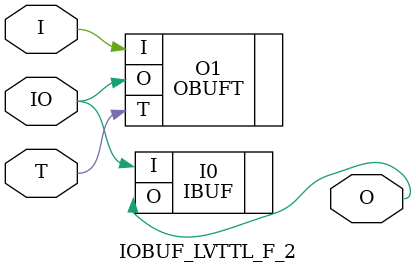
<source format=v>


`timescale  1 ps / 1 ps


module IOBUF_LVTTL_F_2 (O, IO, I, T);

    output O;

    inout  IO;

    input  I, T;

        OBUFT #(.IOSTANDARD("LVTTL"), .SLEW("FAST"), .DRIVE(2)) O1 (.O(IO), .I(I), .T(T)); 
	IBUF #(.IOSTANDARD("LVTTL"))  I0 (.O(O), .I(IO));
        

endmodule



</source>
